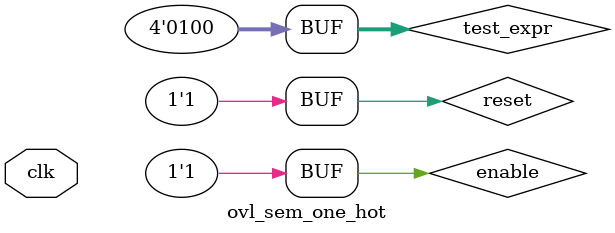
<source format=sv>
module ovl_sem_one_hot(input logic clk);
  logic reset = 1'b1;
  logic enable = 1'b1;
`ifdef FAIL
  logic [3:0] test_expr = 4'b0110;
`else
  logic [3:0] test_expr = 4'b0100;
`endif
  ovl_one_hot #(.width(4)) dut (
      .clock(clk), .reset(reset), .enable(enable), .test_expr(test_expr), .fire());
endmodule

</source>
